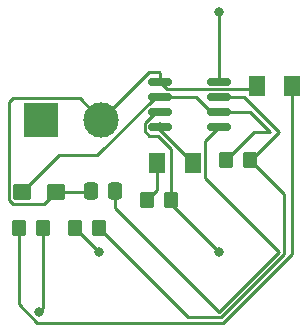
<source format=gbr>
%TF.GenerationSoftware,KiCad,Pcbnew,(6.0.10)*%
%TF.CreationDate,2023-02-17T09:19:46-08:00*%
%TF.ProjectId,exerciseII,65786572-6369-4736-9549-492e6b696361,rev?*%
%TF.SameCoordinates,Original*%
%TF.FileFunction,Copper,L1,Top*%
%TF.FilePolarity,Positive*%
%FSLAX46Y46*%
G04 Gerber Fmt 4.6, Leading zero omitted, Abs format (unit mm)*
G04 Created by KiCad (PCBNEW (6.0.10)) date 2023-02-17 09:19:46*
%MOMM*%
%LPD*%
G01*
G04 APERTURE LIST*
G04 Aperture macros list*
%AMRoundRect*
0 Rectangle with rounded corners*
0 $1 Rounding radius*
0 $2 $3 $4 $5 $6 $7 $8 $9 X,Y pos of 4 corners*
0 Add a 4 corners polygon primitive as box body*
4,1,4,$2,$3,$4,$5,$6,$7,$8,$9,$2,$3,0*
0 Add four circle primitives for the rounded corners*
1,1,$1+$1,$2,$3*
1,1,$1+$1,$4,$5*
1,1,$1+$1,$6,$7*
1,1,$1+$1,$8,$9*
0 Add four rect primitives between the rounded corners*
20,1,$1+$1,$2,$3,$4,$5,0*
20,1,$1+$1,$4,$5,$6,$7,0*
20,1,$1+$1,$6,$7,$8,$9,0*
20,1,$1+$1,$8,$9,$2,$3,0*%
G04 Aperture macros list end*
%TA.AperFunction,ComponentPad*%
%ADD10R,3.000000X3.000000*%
%TD*%
%TA.AperFunction,ComponentPad*%
%ADD11C,3.000000*%
%TD*%
%TA.AperFunction,SMDPad,CuDef*%
%ADD12RoundRect,0.250001X-0.462499X-0.624999X0.462499X-0.624999X0.462499X0.624999X-0.462499X0.624999X0*%
%TD*%
%TA.AperFunction,SMDPad,CuDef*%
%ADD13RoundRect,0.250000X-0.350000X-0.450000X0.350000X-0.450000X0.350000X0.450000X-0.350000X0.450000X0*%
%TD*%
%TA.AperFunction,SMDPad,CuDef*%
%ADD14RoundRect,0.250000X0.350000X0.450000X-0.350000X0.450000X-0.350000X-0.450000X0.350000X-0.450000X0*%
%TD*%
%TA.AperFunction,SMDPad,CuDef*%
%ADD15RoundRect,0.150000X-0.825000X-0.150000X0.825000X-0.150000X0.825000X0.150000X-0.825000X0.150000X0*%
%TD*%
%TA.AperFunction,SMDPad,CuDef*%
%ADD16RoundRect,0.250000X0.337500X0.475000X-0.337500X0.475000X-0.337500X-0.475000X0.337500X-0.475000X0*%
%TD*%
%TA.AperFunction,SMDPad,CuDef*%
%ADD17RoundRect,0.250000X-0.537500X-0.425000X0.537500X-0.425000X0.537500X0.425000X-0.537500X0.425000X0*%
%TD*%
%TA.AperFunction,ViaPad*%
%ADD18C,0.800000*%
%TD*%
%TA.AperFunction,Conductor*%
%ADD19C,0.250000*%
%TD*%
G04 APERTURE END LIST*
D10*
%TO.P,J1,1,Pin_1*%
%TO.N,+9V*%
X25590000Y-24380000D03*
D11*
%TO.P,J1,2,Pin_2*%
%TO.N,GND*%
X30670000Y-24380000D03*
%TD*%
D12*
%TO.P,D2,1,K*%
%TO.N,GND*%
X43887500Y-21550000D03*
%TO.P,D2,2,A*%
%TO.N,Net-(D2-Pad2)*%
X46862500Y-21550000D03*
%TD*%
D13*
%TO.P,R1,1*%
%TO.N,+9V*%
X28480000Y-33530000D03*
%TO.P,R1,2*%
%TO.N,/Pin_7*%
X30480000Y-33530000D03*
%TD*%
D14*
%TO.P,R3,1*%
%TO.N,/Pin_7*%
X43270000Y-27780000D03*
%TO.P,R3,2*%
%TO.N,/Pin_2*%
X41270000Y-27780000D03*
%TD*%
%TO.P,R4,1*%
%TO.N,/Pin_3*%
X25730000Y-33530000D03*
%TO.P,R4,2*%
%TO.N,Net-(D2-Pad2)*%
X23730000Y-33530000D03*
%TD*%
D13*
%TO.P,R2,1*%
%TO.N,Net-(D1-Pad1)*%
X34590000Y-31170000D03*
%TO.P,R2,2*%
%TO.N,/Pin_3*%
X36590000Y-31170000D03*
%TD*%
D15*
%TO.P,U1,1,GND*%
%TO.N,GND*%
X35655000Y-21175000D03*
%TO.P,U1,2,TR*%
%TO.N,/Pin_2*%
X35655000Y-22445000D03*
%TO.P,U1,3,Q*%
%TO.N,/Pin_3*%
X35655000Y-23715000D03*
%TO.P,U1,4,R*%
%TO.N,+9V*%
X35655000Y-24985000D03*
%TO.P,U1,5,CV*%
%TO.N,Net-(C2-Pad1)*%
X40605000Y-24985000D03*
%TO.P,U1,6,THR*%
%TO.N,/Pin_2*%
X40605000Y-23715000D03*
%TO.P,U1,7,DIS*%
%TO.N,/Pin_7*%
X40605000Y-22445000D03*
%TO.P,U1,8,VCC*%
%TO.N,+9V*%
X40605000Y-21175000D03*
%TD*%
D16*
%TO.P,C2,1*%
%TO.N,Net-(C2-Pad1)*%
X31847500Y-30410000D03*
%TO.P,C2,2*%
%TO.N,GND*%
X29772500Y-30410000D03*
%TD*%
D12*
%TO.P,D1,1,K*%
%TO.N,Net-(D1-Pad1)*%
X35437500Y-28000000D03*
%TO.P,D1,2,A*%
%TO.N,+9V*%
X38412500Y-28000000D03*
%TD*%
D17*
%TO.P,C1,1*%
%TO.N,/Pin_2*%
X23962500Y-30480000D03*
%TO.P,C1,2*%
%TO.N,GND*%
X26837500Y-30480000D03*
%TD*%
D18*
%TO.N,+9V*%
X30480000Y-35560000D03*
X40640000Y-15240000D03*
X35655000Y-24985000D03*
%TO.N,/Pin_3*%
X25400000Y-40640000D03*
X40640000Y-35560000D03*
%TD*%
D19*
%TO.N,/Pin_2*%
X43310000Y-23715000D02*
X44995000Y-25400000D01*
X27067424Y-27375076D02*
X23962500Y-30480000D01*
X38725000Y-22445000D02*
X39995000Y-23715000D01*
X35278249Y-22445000D02*
X30348173Y-27375076D01*
X43650000Y-25400000D02*
X41270000Y-27780000D01*
X40605000Y-23715000D02*
X43310000Y-23715000D01*
X35655000Y-22445000D02*
X35278249Y-22445000D01*
X35655000Y-22445000D02*
X35185940Y-22445000D01*
X30348173Y-27375076D02*
X27067424Y-27375076D01*
X35655000Y-22445000D02*
X38725000Y-22445000D01*
X39995000Y-23715000D02*
X40605000Y-23715000D01*
X44995000Y-25400000D02*
X43650000Y-25400000D01*
%TO.N,GND*%
X23186827Y-31480000D02*
X25837500Y-31480000D01*
X29702500Y-30480000D02*
X29772500Y-30410000D01*
X35560000Y-20320000D02*
X35655000Y-20415000D01*
X34730000Y-20320000D02*
X35560000Y-20320000D01*
X35655000Y-21175000D02*
X36280000Y-21800000D01*
X35655000Y-20415000D02*
X35655000Y-21175000D01*
X22850000Y-22870000D02*
X22850000Y-31143173D01*
X43637500Y-21800000D02*
X43887500Y-21550000D01*
X36280000Y-21800000D02*
X43637500Y-21800000D01*
X28845000Y-22555000D02*
X23165000Y-22555000D01*
X30670000Y-24380000D02*
X34730000Y-20320000D01*
X30670000Y-24380000D02*
X28845000Y-22555000D01*
X25837500Y-31480000D02*
X26837500Y-30480000D01*
X23165000Y-22555000D02*
X22850000Y-22870000D01*
X26837500Y-30480000D02*
X29702500Y-30480000D01*
X22850000Y-31143173D02*
X23186827Y-31480000D01*
%TO.N,Net-(C2-Pad1)*%
X39450000Y-26140000D02*
X39450000Y-29290000D01*
X40640000Y-40640000D02*
X31847500Y-31847500D01*
X45720000Y-35560000D02*
X40640000Y-40640000D01*
X39450000Y-29290000D02*
X45720000Y-35560000D01*
X40605000Y-24985000D02*
X39450000Y-26140000D01*
X31847500Y-31847500D02*
X31847500Y-30410000D01*
%TO.N,Net-(D1-Pad1)*%
X34590000Y-31170000D02*
X35437500Y-30322500D01*
X35437500Y-30322500D02*
X35437500Y-28000000D01*
%TO.N,+9V*%
X28480000Y-33560000D02*
X30480000Y-35560000D01*
X28480000Y-33530000D02*
X28480000Y-33560000D01*
X40640000Y-21140000D02*
X40605000Y-21175000D01*
X40640000Y-15240000D02*
X40640000Y-21140000D01*
X35655000Y-25242500D02*
X38412500Y-28000000D01*
X35655000Y-24985000D02*
X35655000Y-25242500D01*
%TO.N,Net-(D2-Pad2)*%
X46862500Y-35690292D02*
X46862500Y-21550000D01*
X25274695Y-41540000D02*
X41012792Y-41540000D01*
X41012792Y-41540000D02*
X46862500Y-35690292D01*
X23730000Y-33530000D02*
X23730000Y-39995305D01*
X23730000Y-39995305D02*
X25274695Y-41540000D01*
%TO.N,/Pin_7*%
X46170000Y-35746396D02*
X46170000Y-30680000D01*
X40826396Y-41090000D02*
X46170000Y-35746396D01*
X40605000Y-22445000D02*
X42764998Y-22445000D01*
X30480000Y-33530000D02*
X38040000Y-41090000D01*
X45720000Y-25400000D02*
X43340000Y-27780000D01*
X42764998Y-22445000D02*
X45720000Y-25400000D01*
X38040000Y-41090000D02*
X40826396Y-41090000D01*
X43340000Y-27780000D02*
X43270000Y-27780000D01*
X46170000Y-30680000D02*
X43270000Y-27780000D01*
%TO.N,/Pin_3*%
X36590000Y-26813896D02*
X36590000Y-31170000D01*
X25730000Y-33530000D02*
X25730000Y-40310000D01*
X36590000Y-31510000D02*
X40640000Y-35560000D01*
X36590000Y-31170000D02*
X36590000Y-31510000D01*
X34355000Y-24638249D02*
X34355000Y-25331751D01*
X34733249Y-25710000D02*
X35486104Y-25710000D01*
X34355000Y-25331751D02*
X34733249Y-25710000D01*
X35486104Y-25710000D02*
X36590000Y-26813896D01*
X35278249Y-23715000D02*
X34355000Y-24638249D01*
X25730000Y-40310000D02*
X25400000Y-40640000D01*
X35655000Y-23715000D02*
X35278249Y-23715000D01*
%TD*%
M02*

</source>
